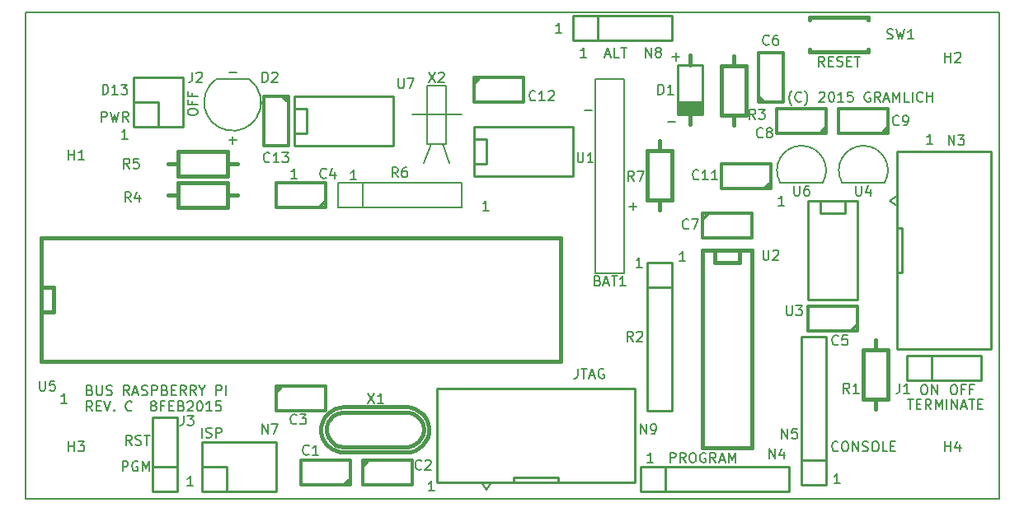
<source format=gto>
%FSLAX36Y36*%
G04 Gerber Fmt 3.6, Leading zero omitted, Abs format (unit inch)*
G04 Created by KiCad (PCBNEW (2014-jul-16 BZR unknown)-product) date Sun 08 Feb 2015 08:42:31 PM PST*
%MOIN*%
G01*
G04 APERTURE LIST*
%ADD10C,0.003937*%
%ADD11C,0.008000*%
%ADD12C,0.007874*%
%ADD13C,0.015000*%
%ADD14C,0.012000*%
%ADD15C,0.010000*%
%ADD16C,0.005906*%
G04 APERTURE END LIST*
D10*
D11*
X5275476Y-4613095D02*
X5252619Y-4613095D01*
X5264048Y-4613095D02*
X5264048Y-4573095D01*
X5260238Y-4578810D01*
X5256429Y-4582619D01*
X5252619Y-4584524D01*
X7035952Y-4313333D02*
X7034048Y-4311429D01*
X7030238Y-4305714D01*
X7028333Y-4301905D01*
X7026429Y-4296190D01*
X7024524Y-4286667D01*
X7024524Y-4279048D01*
X7026429Y-4269524D01*
X7028333Y-4263810D01*
X7030238Y-4260000D01*
X7034048Y-4254286D01*
X7035952Y-4252381D01*
X7074048Y-4294286D02*
X7072143Y-4296190D01*
X7066429Y-4298095D01*
X7062619Y-4298095D01*
X7056905Y-4296190D01*
X7053095Y-4292381D01*
X7051190Y-4288571D01*
X7049286Y-4280952D01*
X7049286Y-4275238D01*
X7051190Y-4267619D01*
X7053095Y-4263810D01*
X7056905Y-4260000D01*
X7062619Y-4258095D01*
X7066429Y-4258095D01*
X7072143Y-4260000D01*
X7074048Y-4261905D01*
X7087381Y-4313333D02*
X7089286Y-4311429D01*
X7093095Y-4305714D01*
X7095000Y-4301905D01*
X7096905Y-4296190D01*
X7098810Y-4286667D01*
X7098810Y-4279048D01*
X7096905Y-4269524D01*
X7095000Y-4263810D01*
X7093095Y-4260000D01*
X7089286Y-4254286D01*
X7087381Y-4252381D01*
X7146429Y-4261905D02*
X7148333Y-4260000D01*
X7152143Y-4258095D01*
X7161667Y-4258095D01*
X7165476Y-4260000D01*
X7167381Y-4261905D01*
X7169286Y-4265714D01*
X7169286Y-4269524D01*
X7167381Y-4275238D01*
X7144524Y-4298095D01*
X7169286Y-4298095D01*
X7194048Y-4258095D02*
X7197857Y-4258095D01*
X7201667Y-4260000D01*
X7203571Y-4261905D01*
X7205476Y-4265714D01*
X7207381Y-4273333D01*
X7207381Y-4282857D01*
X7205476Y-4290476D01*
X7203571Y-4294286D01*
X7201667Y-4296190D01*
X7197857Y-4298095D01*
X7194048Y-4298095D01*
X7190238Y-4296190D01*
X7188333Y-4294286D01*
X7186429Y-4290476D01*
X7184524Y-4282857D01*
X7184524Y-4273333D01*
X7186429Y-4265714D01*
X7188333Y-4261905D01*
X7190238Y-4260000D01*
X7194048Y-4258095D01*
X7245476Y-4298095D02*
X7222619Y-4298095D01*
X7234048Y-4298095D02*
X7234048Y-4258095D01*
X7230238Y-4263810D01*
X7226429Y-4267619D01*
X7222619Y-4269524D01*
X7281667Y-4258095D02*
X7262619Y-4258095D01*
X7260714Y-4277143D01*
X7262619Y-4275238D01*
X7266429Y-4273333D01*
X7275952Y-4273333D01*
X7279762Y-4275238D01*
X7281667Y-4277143D01*
X7283571Y-4280952D01*
X7283571Y-4290476D01*
X7281667Y-4294286D01*
X7279762Y-4296190D01*
X7275952Y-4298095D01*
X7266429Y-4298095D01*
X7262619Y-4296190D01*
X7260714Y-4294286D01*
X7352143Y-4260000D02*
X7348333Y-4258095D01*
X7342619Y-4258095D01*
X7336905Y-4260000D01*
X7333095Y-4263810D01*
X7331190Y-4267619D01*
X7329286Y-4275238D01*
X7329286Y-4280952D01*
X7331190Y-4288571D01*
X7333095Y-4292381D01*
X7336905Y-4296190D01*
X7342619Y-4298095D01*
X7346429Y-4298095D01*
X7352143Y-4296190D01*
X7354048Y-4294286D01*
X7354048Y-4280952D01*
X7346429Y-4280952D01*
X7394048Y-4298095D02*
X7380714Y-4279048D01*
X7371190Y-4298095D02*
X7371190Y-4258095D01*
X7386429Y-4258095D01*
X7390238Y-4260000D01*
X7392143Y-4261905D01*
X7394048Y-4265714D01*
X7394048Y-4271429D01*
X7392143Y-4275238D01*
X7390238Y-4277143D01*
X7386429Y-4279048D01*
X7371190Y-4279048D01*
X7409286Y-4286667D02*
X7428333Y-4286667D01*
X7405476Y-4298095D02*
X7418809Y-4258095D01*
X7432143Y-4298095D01*
X7445476Y-4298095D02*
X7445476Y-4258095D01*
X7458809Y-4286667D01*
X7472143Y-4258095D01*
X7472143Y-4298095D01*
X7510238Y-4298095D02*
X7491190Y-4298095D01*
X7491190Y-4258095D01*
X7523571Y-4298095D02*
X7523571Y-4258095D01*
X7565476Y-4294286D02*
X7563571Y-4296190D01*
X7557857Y-4298095D01*
X7554048Y-4298095D01*
X7548333Y-4296190D01*
X7544524Y-4292381D01*
X7542619Y-4288571D01*
X7540714Y-4280952D01*
X7540714Y-4275238D01*
X7542619Y-4267619D01*
X7544524Y-4263810D01*
X7548333Y-4260000D01*
X7554048Y-4258095D01*
X7557857Y-4258095D01*
X7563571Y-4260000D01*
X7565476Y-4261905D01*
X7582619Y-4298095D02*
X7582619Y-4258095D01*
X7582619Y-4277143D02*
X7605476Y-4277143D01*
X7605476Y-4298095D02*
X7605476Y-4258095D01*
X4329524Y-5793095D02*
X4329524Y-5753095D01*
X4344762Y-5753095D01*
X4348571Y-5755000D01*
X4350476Y-5756905D01*
X4352381Y-5760714D01*
X4352381Y-5766429D01*
X4350476Y-5770238D01*
X4348571Y-5772143D01*
X4344762Y-5774048D01*
X4329524Y-5774048D01*
X4390476Y-5755000D02*
X4386667Y-5753095D01*
X4380952Y-5753095D01*
X4375238Y-5755000D01*
X4371429Y-5758810D01*
X4369524Y-5762619D01*
X4367619Y-5770238D01*
X4367619Y-5775952D01*
X4369524Y-5783571D01*
X4371429Y-5787381D01*
X4375238Y-5791190D01*
X4380952Y-5793095D01*
X4384762Y-5793095D01*
X4390476Y-5791190D01*
X4392381Y-5789286D01*
X4392381Y-5775952D01*
X4384762Y-5775952D01*
X4409524Y-5793095D02*
X4409524Y-5753095D01*
X4422857Y-5781667D01*
X4436190Y-5753095D01*
X4436190Y-5793095D01*
X4367381Y-5688095D02*
X4354048Y-5669048D01*
X4344524Y-5688095D02*
X4344524Y-5648095D01*
X4359762Y-5648095D01*
X4363571Y-5650000D01*
X4365476Y-5651905D01*
X4367381Y-5655714D01*
X4367381Y-5661429D01*
X4365476Y-5665238D01*
X4363571Y-5667143D01*
X4359762Y-5669048D01*
X4344524Y-5669048D01*
X4382619Y-5686190D02*
X4388333Y-5688095D01*
X4397857Y-5688095D01*
X4401667Y-5686190D01*
X4403571Y-5684286D01*
X4405476Y-5680476D01*
X4405476Y-5676667D01*
X4403571Y-5672857D01*
X4401667Y-5670952D01*
X4397857Y-5669048D01*
X4390238Y-5667143D01*
X4386429Y-5665238D01*
X4384524Y-5663333D01*
X4382619Y-5659524D01*
X4382619Y-5655714D01*
X4384524Y-5651905D01*
X4386429Y-5650000D01*
X4390238Y-5648095D01*
X4399762Y-5648095D01*
X4405476Y-5650000D01*
X4416905Y-5648095D02*
X4439762Y-5648095D01*
X4428333Y-5688095D02*
X4428333Y-5648095D01*
X6197524Y-4330857D02*
X6228000Y-4330857D01*
X6378524Y-4721857D02*
X6409000Y-4721857D01*
X6393762Y-4737095D02*
X6393762Y-4706619D01*
X5035476Y-4608095D02*
X5012619Y-4608095D01*
X5024048Y-4608095D02*
X5024048Y-4568095D01*
X5020238Y-4573810D01*
X5016429Y-4577619D01*
X5012619Y-4579524D01*
X7503810Y-5503095D02*
X7526667Y-5503095D01*
X7515238Y-5543095D02*
X7515238Y-5503095D01*
X7540000Y-5522143D02*
X7553333Y-5522143D01*
X7559048Y-5543095D02*
X7540000Y-5543095D01*
X7540000Y-5503095D01*
X7559048Y-5503095D01*
X7599048Y-5543095D02*
X7585714Y-5524048D01*
X7576190Y-5543095D02*
X7576190Y-5503095D01*
X7591429Y-5503095D01*
X7595238Y-5505000D01*
X7597143Y-5506905D01*
X7599048Y-5510714D01*
X7599048Y-5516429D01*
X7597143Y-5520238D01*
X7595238Y-5522143D01*
X7591429Y-5524048D01*
X7576190Y-5524048D01*
X7616190Y-5543095D02*
X7616190Y-5503095D01*
X7629524Y-5531667D01*
X7642857Y-5503095D01*
X7642857Y-5543095D01*
X7661905Y-5543095D02*
X7661905Y-5503095D01*
X7680952Y-5543095D02*
X7680952Y-5503095D01*
X7703810Y-5543095D01*
X7703810Y-5503095D01*
X7720952Y-5531667D02*
X7740000Y-5531667D01*
X7717143Y-5543095D02*
X7730476Y-5503095D01*
X7743810Y-5543095D01*
X7751429Y-5503095D02*
X7774286Y-5503095D01*
X7762857Y-5543095D02*
X7762857Y-5503095D01*
X7787619Y-5522143D02*
X7800952Y-5522143D01*
X7806667Y-5543095D02*
X7787619Y-5543095D01*
X7787619Y-5503095D01*
X7806667Y-5503095D01*
X6205476Y-4118095D02*
X6182619Y-4118095D01*
X6194048Y-4118095D02*
X6194048Y-4078095D01*
X6190238Y-4083810D01*
X6186429Y-4087619D01*
X6182619Y-4089524D01*
X6282619Y-4106667D02*
X6301667Y-4106667D01*
X6278810Y-4118095D02*
X6292143Y-4078095D01*
X6305476Y-4118095D01*
X6337857Y-4118095D02*
X6318810Y-4118095D01*
X6318810Y-4078095D01*
X6345476Y-4078095D02*
X6368333Y-4078095D01*
X6356905Y-4118095D02*
X6356905Y-4078095D01*
X4593095Y-4342857D02*
X4593095Y-4335238D01*
X4595000Y-4331429D01*
X4598810Y-4327619D01*
X4606429Y-4325714D01*
X4619762Y-4325714D01*
X4627381Y-4327619D01*
X4631190Y-4331429D01*
X4633095Y-4335238D01*
X4633095Y-4342857D01*
X4631190Y-4346667D01*
X4627381Y-4350476D01*
X4619762Y-4352381D01*
X4606429Y-4352381D01*
X4598810Y-4350476D01*
X4595000Y-4346667D01*
X4593095Y-4342857D01*
X4612143Y-4295238D02*
X4612143Y-4308571D01*
X4633095Y-4308571D02*
X4593095Y-4308571D01*
X4593095Y-4289524D01*
X4612143Y-4260952D02*
X4612143Y-4274286D01*
X4633095Y-4274286D02*
X4593095Y-4274286D01*
X4593095Y-4255238D01*
X4249524Y-4268095D02*
X4249524Y-4228095D01*
X4259048Y-4228095D01*
X4264762Y-4230000D01*
X4268571Y-4233810D01*
X4270476Y-4237619D01*
X4272381Y-4245238D01*
X4272381Y-4250952D01*
X4270476Y-4258571D01*
X4268571Y-4262381D01*
X4264762Y-4266190D01*
X4259048Y-4268095D01*
X4249524Y-4268095D01*
X4310476Y-4268095D02*
X4287619Y-4268095D01*
X4299048Y-4268095D02*
X4299048Y-4228095D01*
X4295238Y-4233810D01*
X4291429Y-4237619D01*
X4287619Y-4239524D01*
X4323810Y-4228095D02*
X4348571Y-4228095D01*
X4335238Y-4243333D01*
X4340952Y-4243333D01*
X4344762Y-4245238D01*
X4346667Y-4247143D01*
X4348571Y-4250952D01*
X4348571Y-4260476D01*
X4346667Y-4264286D01*
X4344762Y-4266190D01*
X4340952Y-4268095D01*
X4329524Y-4268095D01*
X4325714Y-4266190D01*
X4323810Y-4264286D01*
X7005476Y-4718095D02*
X6982619Y-4718095D01*
X6994048Y-4718095D02*
X6994048Y-4678095D01*
X6990238Y-4683810D01*
X6986429Y-4687619D01*
X6982619Y-4689524D01*
X6430476Y-4968095D02*
X6407619Y-4968095D01*
X6419048Y-4968095D02*
X6419048Y-4928095D01*
X6415238Y-4933810D01*
X6411429Y-4937619D01*
X6407619Y-4939524D01*
X5590476Y-5873095D02*
X5567619Y-5873095D01*
X5579048Y-5873095D02*
X5579048Y-5833095D01*
X5575238Y-5838810D01*
X5571429Y-5842619D01*
X5567619Y-5844524D01*
X7605476Y-4468095D02*
X7582619Y-4468095D01*
X7594048Y-4468095D02*
X7594048Y-4428095D01*
X7590238Y-4433810D01*
X7586429Y-4437619D01*
X7582619Y-4439524D01*
X4615476Y-5853095D02*
X4592619Y-5853095D01*
X4604048Y-5853095D02*
X4604048Y-5813095D01*
X4600238Y-5818810D01*
X4596429Y-5822619D01*
X4592619Y-5824524D01*
X6475476Y-5758095D02*
X6452619Y-5758095D01*
X6464048Y-5758095D02*
X6464048Y-5718095D01*
X6460238Y-5723810D01*
X6456429Y-5727619D01*
X6452619Y-5729524D01*
X7567143Y-5443095D02*
X7574762Y-5443095D01*
X7578571Y-5445000D01*
X7582381Y-5448810D01*
X7584286Y-5456429D01*
X7584286Y-5469762D01*
X7582381Y-5477381D01*
X7578571Y-5481190D01*
X7574762Y-5483095D01*
X7567143Y-5483095D01*
X7563333Y-5481190D01*
X7559524Y-5477381D01*
X7557619Y-5469762D01*
X7557619Y-5456429D01*
X7559524Y-5448810D01*
X7563333Y-5445000D01*
X7567143Y-5443095D01*
X7601429Y-5483095D02*
X7601429Y-5443095D01*
X7624286Y-5483095D01*
X7624286Y-5443095D01*
X7687143Y-5443095D02*
X7694762Y-5443095D01*
X7698571Y-5445000D01*
X7702381Y-5448810D01*
X7704286Y-5456429D01*
X7704286Y-5469762D01*
X7702381Y-5477381D01*
X7698571Y-5481190D01*
X7694762Y-5483095D01*
X7687143Y-5483095D01*
X7683333Y-5481190D01*
X7679524Y-5477381D01*
X7677619Y-5469762D01*
X7677619Y-5456429D01*
X7679524Y-5448810D01*
X7683333Y-5445000D01*
X7687143Y-5443095D01*
X7734762Y-5462143D02*
X7721429Y-5462143D01*
X7721429Y-5483095D02*
X7721429Y-5443095D01*
X7740476Y-5443095D01*
X7769048Y-5462143D02*
X7755714Y-5462143D01*
X7755714Y-5483095D02*
X7755714Y-5443095D01*
X7774762Y-5443095D01*
X6105476Y-4018095D02*
X6082619Y-4018095D01*
X6094048Y-4018095D02*
X6094048Y-3978095D01*
X6090238Y-3983810D01*
X6086429Y-3987619D01*
X6082619Y-3989524D01*
X7230476Y-5843095D02*
X7207619Y-5843095D01*
X7219048Y-5843095D02*
X7219048Y-5803095D01*
X7215238Y-5808810D01*
X7211429Y-5812619D01*
X7207619Y-5814524D01*
X7167381Y-4154095D02*
X7154048Y-4135048D01*
X7144524Y-4154095D02*
X7144524Y-4114095D01*
X7159762Y-4114095D01*
X7163571Y-4116000D01*
X7165476Y-4117905D01*
X7167381Y-4121714D01*
X7167381Y-4127429D01*
X7165476Y-4131238D01*
X7163571Y-4133143D01*
X7159762Y-4135048D01*
X7144524Y-4135048D01*
X7184524Y-4133143D02*
X7197857Y-4133143D01*
X7203571Y-4154095D02*
X7184524Y-4154095D01*
X7184524Y-4114095D01*
X7203571Y-4114095D01*
X7218810Y-4152190D02*
X7224524Y-4154095D01*
X7234048Y-4154095D01*
X7237857Y-4152190D01*
X7239762Y-4150286D01*
X7241667Y-4146476D01*
X7241667Y-4142667D01*
X7239762Y-4138857D01*
X7237857Y-4136952D01*
X7234048Y-4135048D01*
X7226429Y-4133143D01*
X7222619Y-4131238D01*
X7220714Y-4129333D01*
X7218810Y-4125524D01*
X7218810Y-4121714D01*
X7220714Y-4117905D01*
X7222619Y-4116000D01*
X7226429Y-4114095D01*
X7235952Y-4114095D01*
X7241667Y-4116000D01*
X7258810Y-4133143D02*
X7272143Y-4133143D01*
X7277857Y-4154095D02*
X7258810Y-4154095D01*
X7258810Y-4114095D01*
X7277857Y-4114095D01*
X7289286Y-4114095D02*
X7312143Y-4114095D01*
X7300714Y-4154095D02*
X7300714Y-4114095D01*
D12*
X3937008Y-5905512D02*
X3937008Y-3937008D01*
X7874016Y-5905512D02*
X3937008Y-5905512D01*
X7874016Y-3937008D02*
X7874016Y-5905512D01*
X3937008Y-3937008D02*
X7874016Y-3937008D01*
D11*
X4244524Y-4378095D02*
X4244524Y-4338095D01*
X4259762Y-4338095D01*
X4263571Y-4340000D01*
X4265476Y-4341905D01*
X4267381Y-4345714D01*
X4267381Y-4351429D01*
X4265476Y-4355238D01*
X4263571Y-4357143D01*
X4259762Y-4359048D01*
X4244524Y-4359048D01*
X4280714Y-4338095D02*
X4290238Y-4378095D01*
X4297857Y-4349524D01*
X4305476Y-4378095D01*
X4315000Y-4338095D01*
X4353095Y-4378095D02*
X4339762Y-4359048D01*
X4330238Y-4378095D02*
X4330238Y-4338095D01*
X4345476Y-4338095D01*
X4349286Y-4340000D01*
X4351190Y-4341905D01*
X4353095Y-4345714D01*
X4353095Y-4351429D01*
X4351190Y-4355238D01*
X4349286Y-4357143D01*
X4345476Y-4359048D01*
X4330238Y-4359048D01*
X7222381Y-5709286D02*
X7220476Y-5711190D01*
X7214762Y-5713095D01*
X7210952Y-5713095D01*
X7205238Y-5711190D01*
X7201429Y-5707381D01*
X7199524Y-5703571D01*
X7197619Y-5695952D01*
X7197619Y-5690238D01*
X7199524Y-5682619D01*
X7201429Y-5678810D01*
X7205238Y-5675000D01*
X7210952Y-5673095D01*
X7214762Y-5673095D01*
X7220476Y-5675000D01*
X7222381Y-5676905D01*
X7247143Y-5673095D02*
X7254762Y-5673095D01*
X7258571Y-5675000D01*
X7262381Y-5678810D01*
X7264286Y-5686429D01*
X7264286Y-5699762D01*
X7262381Y-5707381D01*
X7258571Y-5711190D01*
X7254762Y-5713095D01*
X7247143Y-5713095D01*
X7243333Y-5711190D01*
X7239524Y-5707381D01*
X7237619Y-5699762D01*
X7237619Y-5686429D01*
X7239524Y-5678810D01*
X7243333Y-5675000D01*
X7247143Y-5673095D01*
X7281429Y-5713095D02*
X7281429Y-5673095D01*
X7304286Y-5713095D01*
X7304286Y-5673095D01*
X7321429Y-5711190D02*
X7327143Y-5713095D01*
X7336667Y-5713095D01*
X7340476Y-5711190D01*
X7342381Y-5709286D01*
X7344286Y-5705476D01*
X7344286Y-5701667D01*
X7342381Y-5697857D01*
X7340476Y-5695952D01*
X7336667Y-5694048D01*
X7329048Y-5692143D01*
X7325238Y-5690238D01*
X7323333Y-5688333D01*
X7321429Y-5684524D01*
X7321429Y-5680714D01*
X7323333Y-5676905D01*
X7325238Y-5675000D01*
X7329048Y-5673095D01*
X7338571Y-5673095D01*
X7344286Y-5675000D01*
X7369048Y-5673095D02*
X7376667Y-5673095D01*
X7380476Y-5675000D01*
X7384286Y-5678810D01*
X7386190Y-5686429D01*
X7386190Y-5699762D01*
X7384286Y-5707381D01*
X7380476Y-5711190D01*
X7376667Y-5713095D01*
X7369048Y-5713095D01*
X7365238Y-5711190D01*
X7361429Y-5707381D01*
X7359524Y-5699762D01*
X7359524Y-5686429D01*
X7361429Y-5678810D01*
X7365238Y-5675000D01*
X7369048Y-5673095D01*
X7422381Y-5713095D02*
X7403333Y-5713095D01*
X7403333Y-5673095D01*
X7435714Y-5692143D02*
X7449048Y-5692143D01*
X7454762Y-5713095D02*
X7435714Y-5713095D01*
X7435714Y-5673095D01*
X7454762Y-5673095D01*
X4649524Y-5658095D02*
X4649524Y-5618095D01*
X4666667Y-5656190D02*
X4672381Y-5658095D01*
X4681905Y-5658095D01*
X4685714Y-5656190D01*
X4687619Y-5654286D01*
X4689524Y-5650476D01*
X4689524Y-5646667D01*
X4687619Y-5642857D01*
X4685714Y-5640952D01*
X4681905Y-5639048D01*
X4674286Y-5637143D01*
X4670476Y-5635238D01*
X4668571Y-5633333D01*
X4666667Y-5629524D01*
X4666667Y-5625714D01*
X4668571Y-5621905D01*
X4670476Y-5620000D01*
X4674286Y-5618095D01*
X4683810Y-5618095D01*
X4689524Y-5620000D01*
X4706667Y-5658095D02*
X4706667Y-5618095D01*
X4721905Y-5618095D01*
X4725714Y-5620000D01*
X4727619Y-5621905D01*
X4729524Y-5625714D01*
X4729524Y-5631429D01*
X4727619Y-5635238D01*
X4725714Y-5637143D01*
X4721905Y-5639048D01*
X4706667Y-5639048D01*
X6170952Y-5378095D02*
X6170952Y-5406667D01*
X6169048Y-5412381D01*
X6165238Y-5416190D01*
X6159524Y-5418095D01*
X6155714Y-5418095D01*
X6184286Y-5378095D02*
X6207143Y-5378095D01*
X6195714Y-5418095D02*
X6195714Y-5378095D01*
X6218571Y-5406667D02*
X6237619Y-5406667D01*
X6214762Y-5418095D02*
X6228095Y-5378095D01*
X6241429Y-5418095D01*
X6275714Y-5380000D02*
X6271905Y-5378095D01*
X6266190Y-5378095D01*
X6260476Y-5380000D01*
X6256667Y-5383810D01*
X6254762Y-5387619D01*
X6252857Y-5395238D01*
X6252857Y-5400952D01*
X6254762Y-5408571D01*
X6256667Y-5412381D01*
X6260476Y-5416190D01*
X6266190Y-5418095D01*
X6270000Y-5418095D01*
X6275714Y-5416190D01*
X6277619Y-5414286D01*
X6277619Y-5400952D01*
X6270000Y-5400952D01*
X5810476Y-4738095D02*
X5787619Y-4738095D01*
X5799048Y-4738095D02*
X5799048Y-4698095D01*
X5795238Y-4703810D01*
X5791429Y-4707619D01*
X5787619Y-4709524D01*
X4350476Y-4448095D02*
X4327619Y-4448095D01*
X4339048Y-4448095D02*
X4339048Y-4408095D01*
X4335238Y-4413810D01*
X4331429Y-4417619D01*
X4327619Y-4419524D01*
X6605476Y-4943095D02*
X6582619Y-4943095D01*
X6594048Y-4943095D02*
X6594048Y-4903095D01*
X6590238Y-4908810D01*
X6586429Y-4912619D01*
X6582619Y-4914524D01*
X4105476Y-5518095D02*
X4082619Y-5518095D01*
X4094048Y-5518095D02*
X4094048Y-5478095D01*
X4090238Y-5483810D01*
X4086429Y-5487619D01*
X4082619Y-5489524D01*
X6543524Y-5759095D02*
X6543524Y-5719095D01*
X6558762Y-5719095D01*
X6562571Y-5721000D01*
X6564476Y-5722905D01*
X6566381Y-5726714D01*
X6566381Y-5732429D01*
X6564476Y-5736238D01*
X6562571Y-5738143D01*
X6558762Y-5740048D01*
X6543524Y-5740048D01*
X6606381Y-5759095D02*
X6593048Y-5740048D01*
X6583524Y-5759095D02*
X6583524Y-5719095D01*
X6598762Y-5719095D01*
X6602571Y-5721000D01*
X6604476Y-5722905D01*
X6606381Y-5726714D01*
X6606381Y-5732429D01*
X6604476Y-5736238D01*
X6602571Y-5738143D01*
X6598762Y-5740048D01*
X6583524Y-5740048D01*
X6631143Y-5719095D02*
X6638762Y-5719095D01*
X6642571Y-5721000D01*
X6646381Y-5724810D01*
X6648286Y-5732429D01*
X6648286Y-5745762D01*
X6646381Y-5753381D01*
X6642571Y-5757190D01*
X6638762Y-5759095D01*
X6631143Y-5759095D01*
X6627333Y-5757190D01*
X6623524Y-5753381D01*
X6621619Y-5745762D01*
X6621619Y-5732429D01*
X6623524Y-5724810D01*
X6627333Y-5721000D01*
X6631143Y-5719095D01*
X6686381Y-5721000D02*
X6682571Y-5719095D01*
X6676857Y-5719095D01*
X6671143Y-5721000D01*
X6667333Y-5724810D01*
X6665429Y-5728619D01*
X6663524Y-5736238D01*
X6663524Y-5741952D01*
X6665429Y-5749571D01*
X6667333Y-5753381D01*
X6671143Y-5757190D01*
X6676857Y-5759095D01*
X6680667Y-5759095D01*
X6686381Y-5757190D01*
X6688286Y-5755286D01*
X6688286Y-5741952D01*
X6680667Y-5741952D01*
X6728286Y-5759095D02*
X6714952Y-5740048D01*
X6705429Y-5759095D02*
X6705429Y-5719095D01*
X6720667Y-5719095D01*
X6724476Y-5721000D01*
X6726381Y-5722905D01*
X6728286Y-5726714D01*
X6728286Y-5732429D01*
X6726381Y-5736238D01*
X6724476Y-5738143D01*
X6720667Y-5740048D01*
X6705429Y-5740048D01*
X6743524Y-5747667D02*
X6762571Y-5747667D01*
X6739714Y-5759095D02*
X6753048Y-5719095D01*
X6766381Y-5759095D01*
X6779714Y-5759095D02*
X6779714Y-5719095D01*
X6793048Y-5747667D01*
X6806381Y-5719095D01*
X6806381Y-5759095D01*
X4197857Y-5465143D02*
X4203571Y-5467048D01*
X4205476Y-5468952D01*
X4207381Y-5472762D01*
X4207381Y-5478476D01*
X4205476Y-5482286D01*
X4203571Y-5484190D01*
X4199762Y-5486095D01*
X4184524Y-5486095D01*
X4184524Y-5446095D01*
X4197857Y-5446095D01*
X4201667Y-5448000D01*
X4203571Y-5449905D01*
X4205476Y-5453714D01*
X4205476Y-5457524D01*
X4203571Y-5461333D01*
X4201667Y-5463238D01*
X4197857Y-5465143D01*
X4184524Y-5465143D01*
X4224524Y-5446095D02*
X4224524Y-5478476D01*
X4226429Y-5482286D01*
X4228333Y-5484190D01*
X4232143Y-5486095D01*
X4239762Y-5486095D01*
X4243571Y-5484190D01*
X4245476Y-5482286D01*
X4247381Y-5478476D01*
X4247381Y-5446095D01*
X4264524Y-5484190D02*
X4270238Y-5486095D01*
X4279762Y-5486095D01*
X4283571Y-5484190D01*
X4285476Y-5482286D01*
X4287381Y-5478476D01*
X4287381Y-5474667D01*
X4285476Y-5470857D01*
X4283571Y-5468952D01*
X4279762Y-5467048D01*
X4272143Y-5465143D01*
X4268333Y-5463238D01*
X4266429Y-5461333D01*
X4264524Y-5457524D01*
X4264524Y-5453714D01*
X4266429Y-5449905D01*
X4268333Y-5448000D01*
X4272143Y-5446095D01*
X4281667Y-5446095D01*
X4287381Y-5448000D01*
X4357857Y-5486095D02*
X4344524Y-5467048D01*
X4335000Y-5486095D02*
X4335000Y-5446095D01*
X4350238Y-5446095D01*
X4354048Y-5448000D01*
X4355952Y-5449905D01*
X4357857Y-5453714D01*
X4357857Y-5459429D01*
X4355952Y-5463238D01*
X4354048Y-5465143D01*
X4350238Y-5467048D01*
X4335000Y-5467048D01*
X4373095Y-5474667D02*
X4392143Y-5474667D01*
X4369286Y-5486095D02*
X4382619Y-5446095D01*
X4395952Y-5486095D01*
X4407381Y-5484190D02*
X4413095Y-5486095D01*
X4422619Y-5486095D01*
X4426429Y-5484190D01*
X4428333Y-5482286D01*
X4430238Y-5478476D01*
X4430238Y-5474667D01*
X4428333Y-5470857D01*
X4426429Y-5468952D01*
X4422619Y-5467048D01*
X4415000Y-5465143D01*
X4411190Y-5463238D01*
X4409286Y-5461333D01*
X4407381Y-5457524D01*
X4407381Y-5453714D01*
X4409286Y-5449905D01*
X4411190Y-5448000D01*
X4415000Y-5446095D01*
X4424524Y-5446095D01*
X4430238Y-5448000D01*
X4447381Y-5486095D02*
X4447381Y-5446095D01*
X4462619Y-5446095D01*
X4466429Y-5448000D01*
X4468333Y-5449905D01*
X4470238Y-5453714D01*
X4470238Y-5459429D01*
X4468333Y-5463238D01*
X4466429Y-5465143D01*
X4462619Y-5467048D01*
X4447381Y-5467048D01*
X4500714Y-5465143D02*
X4506429Y-5467048D01*
X4508333Y-5468952D01*
X4510238Y-5472762D01*
X4510238Y-5478476D01*
X4508333Y-5482286D01*
X4506429Y-5484190D01*
X4502619Y-5486095D01*
X4487381Y-5486095D01*
X4487381Y-5446095D01*
X4500714Y-5446095D01*
X4504524Y-5448000D01*
X4506429Y-5449905D01*
X4508333Y-5453714D01*
X4508333Y-5457524D01*
X4506429Y-5461333D01*
X4504524Y-5463238D01*
X4500714Y-5465143D01*
X4487381Y-5465143D01*
X4527381Y-5465143D02*
X4540714Y-5465143D01*
X4546429Y-5486095D02*
X4527381Y-5486095D01*
X4527381Y-5446095D01*
X4546429Y-5446095D01*
X4586429Y-5486095D02*
X4573095Y-5467048D01*
X4563571Y-5486095D02*
X4563571Y-5446095D01*
X4578809Y-5446095D01*
X4582619Y-5448000D01*
X4584524Y-5449905D01*
X4586429Y-5453714D01*
X4586429Y-5459429D01*
X4584524Y-5463238D01*
X4582619Y-5465143D01*
X4578809Y-5467048D01*
X4563571Y-5467048D01*
X4626429Y-5486095D02*
X4613095Y-5467048D01*
X4603571Y-5486095D02*
X4603571Y-5446095D01*
X4618809Y-5446095D01*
X4622619Y-5448000D01*
X4624524Y-5449905D01*
X4626429Y-5453714D01*
X4626429Y-5459429D01*
X4624524Y-5463238D01*
X4622619Y-5465143D01*
X4618809Y-5467048D01*
X4603571Y-5467048D01*
X4651190Y-5467048D02*
X4651190Y-5486095D01*
X4637857Y-5446095D02*
X4651190Y-5467048D01*
X4664524Y-5446095D01*
X4708333Y-5486095D02*
X4708333Y-5446095D01*
X4723571Y-5446095D01*
X4727381Y-5448000D01*
X4729286Y-5449905D01*
X4731190Y-5453714D01*
X4731190Y-5459429D01*
X4729286Y-5463238D01*
X4727381Y-5465143D01*
X4723571Y-5467048D01*
X4708333Y-5467048D01*
X4748333Y-5486095D02*
X4748333Y-5446095D01*
X4207381Y-5550095D02*
X4194048Y-5531048D01*
X4184524Y-5550095D02*
X4184524Y-5510095D01*
X4199762Y-5510095D01*
X4203571Y-5512000D01*
X4205476Y-5513905D01*
X4207381Y-5517714D01*
X4207381Y-5523429D01*
X4205476Y-5527238D01*
X4203571Y-5529143D01*
X4199762Y-5531048D01*
X4184524Y-5531048D01*
X4224524Y-5529143D02*
X4237857Y-5529143D01*
X4243571Y-5550095D02*
X4224524Y-5550095D01*
X4224524Y-5510095D01*
X4243571Y-5510095D01*
X4255000Y-5510095D02*
X4268333Y-5550095D01*
X4281667Y-5510095D01*
X4295000Y-5546286D02*
X4296905Y-5548190D01*
X4295000Y-5550095D01*
X4293095Y-5548190D01*
X4295000Y-5546286D01*
X4295000Y-5550095D01*
X4367381Y-5546286D02*
X4365476Y-5548190D01*
X4359762Y-5550095D01*
X4355952Y-5550095D01*
X4350238Y-5548190D01*
X4346429Y-5544381D01*
X4344524Y-5540571D01*
X4342619Y-5532952D01*
X4342619Y-5527238D01*
X4344524Y-5519619D01*
X4346429Y-5515810D01*
X4350238Y-5512000D01*
X4355952Y-5510095D01*
X4359762Y-5510095D01*
X4365476Y-5512000D01*
X4367381Y-5513905D01*
X4451190Y-5527238D02*
X4447381Y-5525333D01*
X4445476Y-5523429D01*
X4443571Y-5519619D01*
X4443571Y-5517714D01*
X4445476Y-5513905D01*
X4447381Y-5512000D01*
X4451190Y-5510095D01*
X4458809Y-5510095D01*
X4462619Y-5512000D01*
X4464524Y-5513905D01*
X4466429Y-5517714D01*
X4466429Y-5519619D01*
X4464524Y-5523429D01*
X4462619Y-5525333D01*
X4458809Y-5527238D01*
X4451190Y-5527238D01*
X4447381Y-5529143D01*
X4445476Y-5531048D01*
X4443571Y-5534857D01*
X4443571Y-5542476D01*
X4445476Y-5546286D01*
X4447381Y-5548190D01*
X4451190Y-5550095D01*
X4458809Y-5550095D01*
X4462619Y-5548190D01*
X4464524Y-5546286D01*
X4466429Y-5542476D01*
X4466429Y-5534857D01*
X4464524Y-5531048D01*
X4462619Y-5529143D01*
X4458809Y-5527238D01*
X4496905Y-5529143D02*
X4483571Y-5529143D01*
X4483571Y-5550095D02*
X4483571Y-5510095D01*
X4502619Y-5510095D01*
X4517857Y-5529143D02*
X4531190Y-5529143D01*
X4536905Y-5550095D02*
X4517857Y-5550095D01*
X4517857Y-5510095D01*
X4536905Y-5510095D01*
X4567381Y-5529143D02*
X4573095Y-5531048D01*
X4575000Y-5532952D01*
X4576905Y-5536762D01*
X4576905Y-5542476D01*
X4575000Y-5546286D01*
X4573095Y-5548190D01*
X4569286Y-5550095D01*
X4554048Y-5550095D01*
X4554048Y-5510095D01*
X4567381Y-5510095D01*
X4571190Y-5512000D01*
X4573095Y-5513905D01*
X4575000Y-5517714D01*
X4575000Y-5521524D01*
X4573095Y-5525333D01*
X4571190Y-5527238D01*
X4567381Y-5529143D01*
X4554048Y-5529143D01*
X4592143Y-5513905D02*
X4594048Y-5512000D01*
X4597857Y-5510095D01*
X4607381Y-5510095D01*
X4611190Y-5512000D01*
X4613095Y-5513905D01*
X4615000Y-5517714D01*
X4615000Y-5521524D01*
X4613095Y-5527238D01*
X4590238Y-5550095D01*
X4615000Y-5550095D01*
X4639762Y-5510095D02*
X4643571Y-5510095D01*
X4647381Y-5512000D01*
X4649286Y-5513905D01*
X4651190Y-5517714D01*
X4653095Y-5525333D01*
X4653095Y-5534857D01*
X4651190Y-5542476D01*
X4649286Y-5546286D01*
X4647381Y-5548190D01*
X4643571Y-5550095D01*
X4639762Y-5550095D01*
X4635952Y-5548190D01*
X4634048Y-5546286D01*
X4632143Y-5542476D01*
X4630238Y-5534857D01*
X4630238Y-5525333D01*
X4632143Y-5517714D01*
X4634048Y-5513905D01*
X4635952Y-5512000D01*
X4639762Y-5510095D01*
X4691190Y-5550095D02*
X4668333Y-5550095D01*
X4679762Y-5550095D02*
X4679762Y-5510095D01*
X4675952Y-5515810D01*
X4672143Y-5519619D01*
X4668333Y-5521524D01*
X4727381Y-5510095D02*
X4708333Y-5510095D01*
X4706429Y-5529143D01*
X4708333Y-5527238D01*
X4712143Y-5525333D01*
X4721667Y-5525333D01*
X4725476Y-5527238D01*
X4727381Y-5529143D01*
X4729286Y-5532952D01*
X4729286Y-5542476D01*
X4727381Y-5546286D01*
X4725476Y-5548190D01*
X4721667Y-5550095D01*
X4712143Y-5550095D01*
X4708333Y-5548190D01*
X4706429Y-5546286D01*
D13*
X7375000Y-5303100D02*
X7375000Y-5263100D01*
X7375000Y-5503100D02*
X7375000Y-5543100D01*
X7425000Y-5303100D02*
X7425000Y-5503100D01*
X7425000Y-5503100D02*
X7325000Y-5503100D01*
X7325000Y-5503100D02*
X7325000Y-5303100D01*
X7325000Y-5303100D02*
X7425000Y-5303100D01*
X6800000Y-4153100D02*
X6800000Y-4113100D01*
X6800000Y-4353100D02*
X6800000Y-4393100D01*
X6850000Y-4153100D02*
X6850000Y-4353100D01*
X6850000Y-4353100D02*
X6750000Y-4353100D01*
X6750000Y-4353100D02*
X6750000Y-4153100D01*
X6750000Y-4153100D02*
X6850000Y-4153100D01*
X4553100Y-4675000D02*
X4513100Y-4675000D01*
X4753100Y-4675000D02*
X4793100Y-4675000D01*
X4553100Y-4625000D02*
X4753100Y-4625000D01*
X4753100Y-4625000D02*
X4753100Y-4725000D01*
X4753100Y-4725000D02*
X4553100Y-4725000D01*
X4553100Y-4725000D02*
X4553100Y-4625000D01*
X4553100Y-4550000D02*
X4513100Y-4550000D01*
X4753100Y-4550000D02*
X4793100Y-4550000D01*
X4553100Y-4500000D02*
X4753100Y-4500000D01*
X4753100Y-4500000D02*
X4753100Y-4600000D01*
X4753100Y-4600000D02*
X4553100Y-4600000D01*
X4553100Y-4600000D02*
X4553100Y-4500000D01*
X6500000Y-4696900D02*
X6500000Y-4736900D01*
X6500000Y-4496900D02*
X6500000Y-4456900D01*
X6450000Y-4696900D02*
X6450000Y-4496900D01*
X6450000Y-4496900D02*
X6550000Y-4496900D01*
X6550000Y-4496900D02*
X6550000Y-4696900D01*
X6550000Y-4696900D02*
X6450000Y-4696900D01*
D14*
X5248000Y-5850000D02*
X5050000Y-5850000D01*
X5050000Y-5850000D02*
X5050000Y-5750000D01*
X5050000Y-5750000D02*
X5250000Y-5750000D01*
X5250000Y-5750000D02*
X5250000Y-5850000D01*
X5250000Y-5825000D02*
X5225000Y-5850000D01*
X5302000Y-5750000D02*
X5500000Y-5750000D01*
X5500000Y-5750000D02*
X5500000Y-5850000D01*
X5500000Y-5850000D02*
X5300000Y-5850000D01*
X5300000Y-5850000D02*
X5300000Y-5750000D01*
X5300000Y-5775000D02*
X5325000Y-5750000D01*
X4952000Y-5450000D02*
X5150000Y-5450000D01*
X5150000Y-5450000D02*
X5150000Y-5550000D01*
X5150000Y-5550000D02*
X4950000Y-5550000D01*
X4950000Y-5550000D02*
X4950000Y-5450000D01*
X4950000Y-5475000D02*
X4975000Y-5450000D01*
X5148000Y-4725000D02*
X4950000Y-4725000D01*
X4950000Y-4725000D02*
X4950000Y-4625000D01*
X4950000Y-4625000D02*
X5150000Y-4625000D01*
X5150000Y-4625000D02*
X5150000Y-4725000D01*
X5150000Y-4700000D02*
X5125000Y-4725000D01*
X7298000Y-5225000D02*
X7100000Y-5225000D01*
X7100000Y-5225000D02*
X7100000Y-5125000D01*
X7100000Y-5125000D02*
X7300000Y-5125000D01*
X7300000Y-5125000D02*
X7300000Y-5225000D01*
X7300000Y-5200000D02*
X7275000Y-5225000D01*
X6900000Y-4298000D02*
X6900000Y-4100000D01*
X6900000Y-4100000D02*
X7000000Y-4100000D01*
X7000000Y-4100000D02*
X7000000Y-4300000D01*
X7000000Y-4300000D02*
X6900000Y-4300000D01*
X6925000Y-4300000D02*
X6900000Y-4275000D01*
X6677000Y-4750000D02*
X6875000Y-4750000D01*
X6875000Y-4750000D02*
X6875000Y-4850000D01*
X6875000Y-4850000D02*
X6675000Y-4850000D01*
X6675000Y-4850000D02*
X6675000Y-4750000D01*
X6675000Y-4775000D02*
X6700000Y-4750000D01*
X7173000Y-4425000D02*
X6975000Y-4425000D01*
X6975000Y-4425000D02*
X6975000Y-4325000D01*
X6975000Y-4325000D02*
X7175000Y-4325000D01*
X7175000Y-4325000D02*
X7175000Y-4425000D01*
X7175000Y-4400000D02*
X7150000Y-4425000D01*
X7423000Y-4425000D02*
X7225000Y-4425000D01*
X7225000Y-4425000D02*
X7225000Y-4325000D01*
X7225000Y-4325000D02*
X7425000Y-4325000D01*
X7425000Y-4325000D02*
X7425000Y-4425000D01*
X7425000Y-4400000D02*
X7400000Y-4425000D01*
X6948000Y-4650000D02*
X6750000Y-4650000D01*
X6750000Y-4650000D02*
X6750000Y-4550000D01*
X6750000Y-4550000D02*
X6950000Y-4550000D01*
X6950000Y-4550000D02*
X6950000Y-4650000D01*
X6950000Y-4625000D02*
X6925000Y-4650000D01*
X5752000Y-4200000D02*
X5950000Y-4200000D01*
X5950000Y-4200000D02*
X5950000Y-4300000D01*
X5950000Y-4300000D02*
X5750000Y-4300000D01*
X5750000Y-4300000D02*
X5750000Y-4200000D01*
X5750000Y-4225000D02*
X5775000Y-4200000D01*
X5000000Y-4277000D02*
X5000000Y-4475000D01*
X5000000Y-4475000D02*
X4900000Y-4475000D01*
X4900000Y-4475000D02*
X4900000Y-4275000D01*
X4900000Y-4275000D02*
X5000000Y-4275000D01*
X4975000Y-4275000D02*
X5000000Y-4300000D01*
D13*
X6625000Y-4150000D02*
X6625000Y-4110000D01*
X6625000Y-4340000D02*
X6625000Y-4390000D01*
D15*
X6675000Y-4330000D02*
X6575000Y-4330000D01*
X6675000Y-4320000D02*
X6575000Y-4320000D01*
X6675000Y-4310000D02*
X6575000Y-4310000D01*
X6675000Y-4340000D02*
X6575000Y-4340000D01*
X6675000Y-4300000D02*
X6575000Y-4350000D01*
X6675000Y-4350000D02*
X6575000Y-4300000D01*
X6675000Y-4300000D02*
X6575000Y-4300000D01*
X6675000Y-4325000D02*
X6575000Y-4325000D01*
X6575000Y-4350000D02*
X6675000Y-4350000D01*
X6675000Y-4350000D02*
X6675000Y-4150000D01*
X6675000Y-4150000D02*
X6575000Y-4150000D01*
X6575000Y-4150000D02*
X6575000Y-4350000D01*
D16*
X4870000Y-4365000D02*
G75*
G03X4840000Y-4205000I-95000J65000D01*
G74*
G01*
X4840000Y-4205000D02*
X4710000Y-4205000D01*
X4710000Y-4205000D02*
G75*
G03X4870000Y-4235000I65000J-95000D01*
G74*
G01*
D15*
X7600000Y-5425000D02*
X7800000Y-5425000D01*
X7800000Y-5425000D02*
X7800000Y-5325000D01*
X7800000Y-5325000D02*
X7600000Y-5325000D01*
X7500000Y-5325000D02*
X7600000Y-5325000D01*
X7600000Y-5325000D02*
X7600000Y-5425000D01*
X7500000Y-5325000D02*
X7500000Y-5425000D01*
X7500000Y-5425000D02*
X7600000Y-5425000D01*
X4375000Y-4300000D02*
X4375000Y-4400000D01*
X4375000Y-4400000D02*
X4475000Y-4400000D01*
X4475000Y-4400000D02*
X4475000Y-4300000D01*
X4475000Y-4300000D02*
X4375000Y-4300000D01*
X4375000Y-4300000D02*
X4375000Y-4200000D01*
X4375000Y-4200000D02*
X4575000Y-4200000D01*
X4575000Y-4200000D02*
X4575000Y-4400000D01*
X4575000Y-4400000D02*
X4475000Y-4400000D01*
D16*
X7430000Y-4700000D02*
X7460000Y-4680000D01*
X7430000Y-4700000D02*
X7460000Y-4720000D01*
D15*
X7460000Y-4990000D02*
X7480000Y-4990000D01*
X7480000Y-4990000D02*
X7480000Y-4810000D01*
X7480000Y-4810000D02*
X7460000Y-4810000D01*
X7840000Y-4500000D02*
X7840000Y-5300000D01*
X7840000Y-5300000D02*
X7460000Y-5300000D01*
X7460000Y-5300000D02*
X7460000Y-4500000D01*
X7460000Y-4500000D02*
X7840000Y-4500000D01*
X6525000Y-5775000D02*
X7025000Y-5775000D01*
X7025000Y-5775000D02*
X7025000Y-5875000D01*
X7025000Y-5875000D02*
X6525000Y-5875000D01*
X6425000Y-5775000D02*
X6525000Y-5775000D01*
X6525000Y-5775000D02*
X6525000Y-5875000D01*
X6425000Y-5775000D02*
X6425000Y-5875000D01*
X6425000Y-5875000D02*
X6525000Y-5875000D01*
X7075000Y-5750000D02*
X7075000Y-5250000D01*
X7075000Y-5250000D02*
X7175000Y-5250000D01*
X7175000Y-5250000D02*
X7175000Y-5750000D01*
X7075000Y-5850000D02*
X7075000Y-5750000D01*
X7075000Y-5750000D02*
X7175000Y-5750000D01*
X7075000Y-5850000D02*
X7175000Y-5850000D01*
X7175000Y-5850000D02*
X7175000Y-5750000D01*
X4650000Y-5775000D02*
X4750000Y-5775000D01*
X4750000Y-5775000D02*
X4750000Y-5875000D01*
X4650000Y-5875000D02*
X4950000Y-5875000D01*
X4950000Y-5875000D02*
X4950000Y-5675000D01*
X4950000Y-5675000D02*
X4750000Y-5675000D01*
X4650000Y-5875000D02*
X4650000Y-5775000D01*
X4650000Y-5675000D02*
X4650000Y-5775000D01*
X4750000Y-5675000D02*
X4650000Y-5675000D01*
X6250000Y-4050000D02*
X6550000Y-4050000D01*
X6250000Y-3950000D02*
X6550000Y-3950000D01*
X6150000Y-3950000D02*
X6250000Y-3950000D01*
X6550000Y-4050000D02*
X6550000Y-3950000D01*
X6250000Y-3950000D02*
X6250000Y-4050000D01*
X6150000Y-3950000D02*
X6150000Y-4050000D01*
X6150000Y-4050000D02*
X6250000Y-4050000D01*
D16*
X5800000Y-5870000D02*
X5780000Y-5840000D01*
X5800000Y-5870000D02*
X5820000Y-5840000D01*
D15*
X6090000Y-5840000D02*
X6090000Y-5820000D01*
X6090000Y-5820000D02*
X5910000Y-5820000D01*
X5910000Y-5820000D02*
X5910000Y-5840000D01*
X5600000Y-5460000D02*
X6400000Y-5460000D01*
X6400000Y-5460000D02*
X6400000Y-5840000D01*
X6400000Y-5840000D02*
X5600000Y-5840000D01*
X5600000Y-5840000D02*
X5600000Y-5460000D01*
X6550000Y-5050000D02*
X6550000Y-5550000D01*
X6550000Y-5550000D02*
X6450000Y-5550000D01*
X6450000Y-5550000D02*
X6450000Y-5050000D01*
X6550000Y-4950000D02*
X6550000Y-5050000D01*
X6550000Y-5050000D02*
X6450000Y-5050000D01*
X6550000Y-4950000D02*
X6450000Y-4950000D01*
X6450000Y-4950000D02*
X6450000Y-5050000D01*
D13*
X7106900Y-3956100D02*
X7106900Y-3965900D01*
X7343100Y-3956100D02*
X7343100Y-3965900D01*
X7106900Y-4093900D02*
X7106900Y-4084100D01*
X7343100Y-4093900D02*
X7343100Y-4084100D01*
X7343100Y-3956100D02*
X7106900Y-3956100D01*
X7343100Y-4093900D02*
X7106900Y-4093900D01*
D15*
X5750000Y-4450000D02*
X5800000Y-4450000D01*
X5800000Y-4450000D02*
X5800000Y-4550000D01*
X5800000Y-4550000D02*
X5750000Y-4550000D01*
X5750000Y-4400000D02*
X6150000Y-4400000D01*
X6150000Y-4400000D02*
X6150000Y-4600000D01*
X6150000Y-4600000D02*
X5750000Y-4600000D01*
X5750000Y-4600000D02*
X5750000Y-4400000D01*
D13*
X6875000Y-4900000D02*
X6875000Y-5700000D01*
X6675000Y-5700000D02*
X6675000Y-4900000D01*
X6675000Y-4900000D02*
X6875000Y-4900000D01*
X6825000Y-4900000D02*
X6825000Y-4950000D01*
X6825000Y-4950000D02*
X6725000Y-4950000D01*
X6725000Y-4950000D02*
X6725000Y-4900000D01*
X6875000Y-5700000D02*
X6675000Y-5700000D01*
D15*
X7250000Y-4700000D02*
X7250000Y-4750000D01*
X7250000Y-4750000D02*
X7150000Y-4750000D01*
X7150000Y-4750000D02*
X7150000Y-4700000D01*
X7300000Y-4700000D02*
X7300000Y-5100000D01*
X7300000Y-5100000D02*
X7100000Y-5100000D01*
X7100000Y-5100000D02*
X7100000Y-4700000D01*
X7100000Y-4700000D02*
X7300000Y-4700000D01*
D16*
X7411301Y-4624478D02*
G75*
G03X7239000Y-4625000I-86301J49478D01*
G74*
G01*
X7239000Y-4625000D02*
X7412000Y-4625000D01*
D13*
X4000000Y-5050000D02*
X4050000Y-5050000D01*
X4050000Y-5050000D02*
X4050000Y-5150000D01*
X4050000Y-5150000D02*
X4000000Y-5150000D01*
X4000000Y-4850000D02*
X6100000Y-4850000D01*
X6100000Y-4850000D02*
X6100000Y-5350000D01*
X6100000Y-5350000D02*
X4000000Y-5350000D01*
X4000000Y-5350000D02*
X4000000Y-4850000D01*
D16*
X7161301Y-4624478D02*
G75*
G03X6989000Y-4625000I-86301J49478D01*
G74*
G01*
X6989000Y-4625000D02*
X7162000Y-4625000D01*
D15*
X5025000Y-4325000D02*
X5075000Y-4325000D01*
X5075000Y-4325000D02*
X5075000Y-4425000D01*
X5075000Y-4425000D02*
X5025000Y-4425000D01*
X5025000Y-4275000D02*
X5425000Y-4275000D01*
X5425000Y-4275000D02*
X5425000Y-4475000D01*
X5425000Y-4475000D02*
X5025000Y-4475000D01*
X5025000Y-4475000D02*
X5025000Y-4275000D01*
D13*
X5535000Y-5585600D02*
X5542900Y-5601400D01*
X5542900Y-5601400D02*
X5546900Y-5625000D01*
X5546900Y-5625000D02*
X5542900Y-5644700D01*
X5542900Y-5644700D02*
X5527200Y-5672200D01*
X5527200Y-5672200D02*
X5503500Y-5688000D01*
X5503500Y-5688000D02*
X5479900Y-5695900D01*
X5479900Y-5695900D02*
X5220100Y-5695900D01*
X5220100Y-5695900D02*
X5192500Y-5688000D01*
X5192500Y-5688000D02*
X5176800Y-5676200D01*
X5176800Y-5676200D02*
X5161000Y-5656500D01*
X5161000Y-5656500D02*
X5153100Y-5632900D01*
X5153100Y-5632900D02*
X5153100Y-5613200D01*
X5153100Y-5613200D02*
X5161000Y-5593500D01*
X5161000Y-5593500D02*
X5180700Y-5569900D01*
X5180700Y-5569900D02*
X5200400Y-5558100D01*
X5200400Y-5558100D02*
X5220100Y-5554100D01*
X5224000Y-5554100D02*
X5483900Y-5554100D01*
X5483900Y-5554100D02*
X5499600Y-5558100D01*
X5499600Y-5558100D02*
X5519300Y-5569900D01*
X5519300Y-5569900D02*
X5539000Y-5589600D01*
X5224400Y-5533300D02*
X5206300Y-5535200D01*
X5206300Y-5535200D02*
X5190600Y-5539600D01*
X5190600Y-5539600D02*
X5173600Y-5548200D01*
X5173600Y-5548200D02*
X5162200Y-5557300D01*
X5162200Y-5557300D02*
X5149200Y-5571100D01*
X5149200Y-5571100D02*
X5137800Y-5592300D01*
X5137800Y-5592300D02*
X5132700Y-5615900D01*
X5132700Y-5615900D02*
X5132700Y-5636000D01*
X5132700Y-5636000D02*
X5139400Y-5663600D01*
X5139400Y-5663600D02*
X5155100Y-5686800D01*
X5155100Y-5686800D02*
X5173200Y-5701400D01*
X5173200Y-5701400D02*
X5189800Y-5709600D01*
X5189800Y-5709600D02*
X5207500Y-5715900D01*
X5207500Y-5715900D02*
X5224800Y-5717100D01*
X5513800Y-5708500D02*
X5528700Y-5699800D01*
X5528700Y-5699800D02*
X5541300Y-5688800D01*
X5541300Y-5688800D02*
X5551200Y-5675800D01*
X5551200Y-5675800D02*
X5563000Y-5654100D01*
X5563000Y-5654100D02*
X5567300Y-5635600D01*
X5567300Y-5635600D02*
X5568100Y-5617500D01*
X5568100Y-5617500D02*
X5564600Y-5599400D01*
X5564600Y-5599400D02*
X5557100Y-5581700D01*
X5557100Y-5581700D02*
X5542900Y-5563200D01*
X5542900Y-5563200D02*
X5529100Y-5550600D01*
X5529100Y-5550600D02*
X5513800Y-5541500D01*
X5513800Y-5541500D02*
X5496900Y-5536000D01*
X5496900Y-5536000D02*
X5479500Y-5533300D01*
X5224000Y-5716700D02*
X5478000Y-5716700D01*
X5478000Y-5716700D02*
X5494500Y-5715200D01*
X5494500Y-5715200D02*
X5513800Y-5708500D01*
X5224000Y-5533300D02*
X5478000Y-5533300D01*
D16*
X5702362Y-4350000D02*
X5501575Y-4350000D01*
X5576378Y-4468110D02*
X5548819Y-4546850D01*
X5623622Y-4468110D02*
X5651181Y-4546850D01*
X5639370Y-4231890D02*
X5639370Y-4468110D01*
X5639370Y-4468110D02*
X5560630Y-4468110D01*
X5560630Y-4468110D02*
X5560630Y-4231890D01*
X5560630Y-4231890D02*
X5639370Y-4231890D01*
X5300000Y-4625000D02*
X5700000Y-4625000D01*
X5700000Y-4625000D02*
X5700000Y-4725000D01*
X5700000Y-4725000D02*
X5300000Y-4725000D01*
X5200000Y-4625000D02*
X5300000Y-4625000D01*
X5300000Y-4625000D02*
X5300000Y-4725000D01*
X5200000Y-4625000D02*
X5200000Y-4725000D01*
X5200000Y-4725000D02*
X5300000Y-4725000D01*
X6240945Y-4993701D02*
X6240945Y-4206299D01*
X6240945Y-4206299D02*
X6359055Y-4206299D01*
X6359055Y-4206299D02*
X6359055Y-4993701D01*
X6359055Y-4993701D02*
X6240945Y-4993701D01*
D15*
X4550000Y-5775000D02*
X4550000Y-5575000D01*
X4550000Y-5575000D02*
X4450000Y-5575000D01*
X4450000Y-5575000D02*
X4450000Y-5775000D01*
X4450000Y-5875000D02*
X4450000Y-5775000D01*
X4450000Y-5775000D02*
X4550000Y-5775000D01*
X4450000Y-5875000D02*
X4550000Y-5875000D01*
X4550000Y-5875000D02*
X4550000Y-5775000D01*
D11*
X7268333Y-5478095D02*
X7255000Y-5459048D01*
X7245476Y-5478095D02*
X7245476Y-5438095D01*
X7260714Y-5438095D01*
X7264524Y-5440000D01*
X7266429Y-5441905D01*
X7268333Y-5445714D01*
X7268333Y-5451429D01*
X7266429Y-5455238D01*
X7264524Y-5457143D01*
X7260714Y-5459048D01*
X7245476Y-5459048D01*
X7306429Y-5478095D02*
X7283571Y-5478095D01*
X7295000Y-5478095D02*
X7295000Y-5438095D01*
X7291191Y-5443810D01*
X7287381Y-5447619D01*
X7283571Y-5449524D01*
X6888333Y-4368095D02*
X6875000Y-4349048D01*
X6865476Y-4368095D02*
X6865476Y-4328095D01*
X6880714Y-4328095D01*
X6884524Y-4330000D01*
X6886429Y-4331905D01*
X6888333Y-4335714D01*
X6888333Y-4341429D01*
X6886429Y-4345238D01*
X6884524Y-4347143D01*
X6880714Y-4349048D01*
X6865476Y-4349048D01*
X6901667Y-4328095D02*
X6926429Y-4328095D01*
X6913095Y-4343333D01*
X6918810Y-4343333D01*
X6922619Y-4345238D01*
X6924524Y-4347143D01*
X6926429Y-4350952D01*
X6926429Y-4360476D01*
X6924524Y-4364286D01*
X6922619Y-4366190D01*
X6918810Y-4368095D01*
X6907381Y-4368095D01*
X6903571Y-4366190D01*
X6901667Y-4364286D01*
X4363333Y-4703095D02*
X4350000Y-4684048D01*
X4340476Y-4703095D02*
X4340476Y-4663095D01*
X4355714Y-4663095D01*
X4359524Y-4665000D01*
X4361429Y-4666905D01*
X4363333Y-4670714D01*
X4363333Y-4676429D01*
X4361429Y-4680238D01*
X4359524Y-4682143D01*
X4355714Y-4684048D01*
X4340476Y-4684048D01*
X4397619Y-4676429D02*
X4397619Y-4703095D01*
X4388095Y-4661190D02*
X4378571Y-4689762D01*
X4403333Y-4689762D01*
X4358333Y-4568095D02*
X4345000Y-4549048D01*
X4335476Y-4568095D02*
X4335476Y-4528095D01*
X4350714Y-4528095D01*
X4354524Y-4530000D01*
X4356429Y-4531905D01*
X4358333Y-4535714D01*
X4358333Y-4541429D01*
X4356429Y-4545238D01*
X4354524Y-4547143D01*
X4350714Y-4549048D01*
X4335476Y-4549048D01*
X4394524Y-4528095D02*
X4375476Y-4528095D01*
X4373571Y-4547143D01*
X4375476Y-4545238D01*
X4379286Y-4543333D01*
X4388810Y-4543333D01*
X4392619Y-4545238D01*
X4394524Y-4547143D01*
X4396429Y-4550952D01*
X4396429Y-4560476D01*
X4394524Y-4564286D01*
X4392619Y-4566190D01*
X4388810Y-4568095D01*
X4379286Y-4568095D01*
X4375476Y-4566190D01*
X4373571Y-4564286D01*
X6397270Y-4618095D02*
X6383937Y-4599048D01*
X6374413Y-4618095D02*
X6374413Y-4578095D01*
X6389651Y-4578095D01*
X6393461Y-4580000D01*
X6395366Y-4581905D01*
X6397270Y-4585714D01*
X6397270Y-4591429D01*
X6395366Y-4595238D01*
X6393461Y-4597143D01*
X6389651Y-4599048D01*
X6374413Y-4599048D01*
X6410604Y-4578095D02*
X6437270Y-4578095D01*
X6420128Y-4618095D01*
X5083333Y-5724286D02*
X5081429Y-5726190D01*
X5075714Y-5728095D01*
X5071905Y-5728095D01*
X5066191Y-5726190D01*
X5062381Y-5722381D01*
X5060476Y-5718571D01*
X5058571Y-5710952D01*
X5058571Y-5705238D01*
X5060476Y-5697619D01*
X5062381Y-5693810D01*
X5066191Y-5690000D01*
X5071905Y-5688095D01*
X5075714Y-5688095D01*
X5081429Y-5690000D01*
X5083333Y-5691905D01*
X5121429Y-5728095D02*
X5098571Y-5728095D01*
X5110000Y-5728095D02*
X5110000Y-5688095D01*
X5106191Y-5693810D01*
X5102381Y-5697619D01*
X5098571Y-5699524D01*
X5538333Y-5784286D02*
X5536429Y-5786190D01*
X5530714Y-5788095D01*
X5526905Y-5788095D01*
X5521191Y-5786190D01*
X5517381Y-5782381D01*
X5515476Y-5778571D01*
X5513571Y-5770952D01*
X5513571Y-5765238D01*
X5515476Y-5757619D01*
X5517381Y-5753810D01*
X5521191Y-5750000D01*
X5526905Y-5748095D01*
X5530714Y-5748095D01*
X5536429Y-5750000D01*
X5538333Y-5751905D01*
X5553571Y-5751905D02*
X5555476Y-5750000D01*
X5559286Y-5748095D01*
X5568810Y-5748095D01*
X5572619Y-5750000D01*
X5574524Y-5751905D01*
X5576429Y-5755714D01*
X5576429Y-5759524D01*
X5574524Y-5765238D01*
X5551667Y-5788095D01*
X5576429Y-5788095D01*
X5033333Y-5599286D02*
X5031429Y-5601190D01*
X5025714Y-5603095D01*
X5021905Y-5603095D01*
X5016191Y-5601190D01*
X5012381Y-5597381D01*
X5010476Y-5593571D01*
X5008571Y-5585952D01*
X5008571Y-5580238D01*
X5010476Y-5572619D01*
X5012381Y-5568810D01*
X5016191Y-5565000D01*
X5021905Y-5563095D01*
X5025714Y-5563095D01*
X5031429Y-5565000D01*
X5033333Y-5566905D01*
X5046667Y-5563095D02*
X5071429Y-5563095D01*
X5058095Y-5578333D01*
X5063810Y-5578333D01*
X5067619Y-5580238D01*
X5069524Y-5582143D01*
X5071429Y-5585952D01*
X5071429Y-5595476D01*
X5069524Y-5599286D01*
X5067619Y-5601190D01*
X5063810Y-5603095D01*
X5052381Y-5603095D01*
X5048571Y-5601190D01*
X5046667Y-5599286D01*
X5153333Y-4604286D02*
X5151429Y-4606190D01*
X5145714Y-4608095D01*
X5141905Y-4608095D01*
X5136191Y-4606190D01*
X5132381Y-4602381D01*
X5130476Y-4598571D01*
X5128571Y-4590952D01*
X5128571Y-4585238D01*
X5130476Y-4577619D01*
X5132381Y-4573810D01*
X5136191Y-4570000D01*
X5141905Y-4568095D01*
X5145714Y-4568095D01*
X5151429Y-4570000D01*
X5153333Y-4571905D01*
X5187619Y-4581429D02*
X5187619Y-4608095D01*
X5178095Y-4566190D02*
X5168571Y-4594762D01*
X5193333Y-4594762D01*
X7223333Y-5279286D02*
X7221429Y-5281190D01*
X7215714Y-5283095D01*
X7211905Y-5283095D01*
X7206191Y-5281190D01*
X7202381Y-5277381D01*
X7200476Y-5273571D01*
X7198571Y-5265952D01*
X7198571Y-5260238D01*
X7200476Y-5252619D01*
X7202381Y-5248810D01*
X7206191Y-5245000D01*
X7211905Y-5243095D01*
X7215714Y-5243095D01*
X7221429Y-5245000D01*
X7223333Y-5246905D01*
X7259524Y-5243095D02*
X7240476Y-5243095D01*
X7238571Y-5262143D01*
X7240476Y-5260238D01*
X7244286Y-5258333D01*
X7253810Y-5258333D01*
X7257619Y-5260238D01*
X7259524Y-5262143D01*
X7261429Y-5265952D01*
X7261429Y-5275476D01*
X7259524Y-5279286D01*
X7257619Y-5281190D01*
X7253810Y-5283095D01*
X7244286Y-5283095D01*
X7240476Y-5281190D01*
X7238571Y-5279286D01*
X6943333Y-4064286D02*
X6941429Y-4066190D01*
X6935714Y-4068095D01*
X6931905Y-4068095D01*
X6926191Y-4066190D01*
X6922381Y-4062381D01*
X6920476Y-4058571D01*
X6918571Y-4050952D01*
X6918571Y-4045238D01*
X6920476Y-4037619D01*
X6922381Y-4033810D01*
X6926191Y-4030000D01*
X6931905Y-4028095D01*
X6935714Y-4028095D01*
X6941429Y-4030000D01*
X6943333Y-4031905D01*
X6977619Y-4028095D02*
X6970000Y-4028095D01*
X6966191Y-4030000D01*
X6964286Y-4031905D01*
X6960476Y-4037619D01*
X6958571Y-4045238D01*
X6958571Y-4060476D01*
X6960476Y-4064286D01*
X6962381Y-4066190D01*
X6966191Y-4068095D01*
X6973810Y-4068095D01*
X6977619Y-4066190D01*
X6979524Y-4064286D01*
X6981429Y-4060476D01*
X6981429Y-4050952D01*
X6979524Y-4047143D01*
X6977619Y-4045238D01*
X6973810Y-4043333D01*
X6966191Y-4043333D01*
X6962381Y-4045238D01*
X6960476Y-4047143D01*
X6958571Y-4050952D01*
X6618333Y-4809286D02*
X6616429Y-4811190D01*
X6610714Y-4813095D01*
X6606905Y-4813095D01*
X6601191Y-4811190D01*
X6597381Y-4807381D01*
X6595476Y-4803571D01*
X6593571Y-4795952D01*
X6593571Y-4790238D01*
X6595476Y-4782619D01*
X6597381Y-4778810D01*
X6601191Y-4775000D01*
X6606905Y-4773095D01*
X6610714Y-4773095D01*
X6616429Y-4775000D01*
X6618333Y-4776905D01*
X6631667Y-4773095D02*
X6658333Y-4773095D01*
X6641191Y-4813095D01*
X6918333Y-4439286D02*
X6916429Y-4441190D01*
X6910714Y-4443095D01*
X6906905Y-4443095D01*
X6901191Y-4441190D01*
X6897381Y-4437381D01*
X6895476Y-4433571D01*
X6893571Y-4425952D01*
X6893571Y-4420238D01*
X6895476Y-4412619D01*
X6897381Y-4408810D01*
X6901191Y-4405000D01*
X6906905Y-4403095D01*
X6910714Y-4403095D01*
X6916429Y-4405000D01*
X6918333Y-4406905D01*
X6941191Y-4420238D02*
X6937381Y-4418333D01*
X6935476Y-4416429D01*
X6933571Y-4412619D01*
X6933571Y-4410714D01*
X6935476Y-4406905D01*
X6937381Y-4405000D01*
X6941191Y-4403095D01*
X6948810Y-4403095D01*
X6952619Y-4405000D01*
X6954524Y-4406905D01*
X6956429Y-4410714D01*
X6956429Y-4412619D01*
X6954524Y-4416429D01*
X6952619Y-4418333D01*
X6948810Y-4420238D01*
X6941191Y-4420238D01*
X6937381Y-4422143D01*
X6935476Y-4424048D01*
X6933571Y-4427857D01*
X6933571Y-4435476D01*
X6935476Y-4439286D01*
X6937381Y-4441190D01*
X6941191Y-4443095D01*
X6948810Y-4443095D01*
X6952619Y-4441190D01*
X6954524Y-4439286D01*
X6956429Y-4435476D01*
X6956429Y-4427857D01*
X6954524Y-4424048D01*
X6952619Y-4422143D01*
X6948810Y-4420238D01*
X7468333Y-4389286D02*
X7466429Y-4391190D01*
X7460714Y-4393095D01*
X7456905Y-4393095D01*
X7451191Y-4391190D01*
X7447381Y-4387381D01*
X7445476Y-4383571D01*
X7443571Y-4375952D01*
X7443571Y-4370238D01*
X7445476Y-4362619D01*
X7447381Y-4358810D01*
X7451191Y-4355000D01*
X7456905Y-4353095D01*
X7460714Y-4353095D01*
X7466429Y-4355000D01*
X7468333Y-4356905D01*
X7487381Y-4393095D02*
X7495000Y-4393095D01*
X7498810Y-4391190D01*
X7500714Y-4389286D01*
X7504524Y-4383571D01*
X7506429Y-4375952D01*
X7506429Y-4360714D01*
X7504524Y-4356905D01*
X7502619Y-4355000D01*
X7498810Y-4353095D01*
X7491191Y-4353095D01*
X7487381Y-4355000D01*
X7485476Y-4356905D01*
X7483571Y-4360714D01*
X7483571Y-4370238D01*
X7485476Y-4374048D01*
X7487381Y-4375952D01*
X7491191Y-4377857D01*
X7498810Y-4377857D01*
X7502619Y-4375952D01*
X7504524Y-4374048D01*
X7506429Y-4370238D01*
X6659286Y-4609286D02*
X6657381Y-4611190D01*
X6651667Y-4613095D01*
X6647857Y-4613095D01*
X6642143Y-4611190D01*
X6638333Y-4607381D01*
X6636429Y-4603571D01*
X6634524Y-4595952D01*
X6634524Y-4590238D01*
X6636429Y-4582619D01*
X6638333Y-4578810D01*
X6642143Y-4575000D01*
X6647857Y-4573095D01*
X6651667Y-4573095D01*
X6657381Y-4575000D01*
X6659286Y-4576905D01*
X6697381Y-4613095D02*
X6674524Y-4613095D01*
X6685952Y-4613095D02*
X6685952Y-4573095D01*
X6682143Y-4578810D01*
X6678333Y-4582619D01*
X6674524Y-4584524D01*
X6735476Y-4613095D02*
X6712619Y-4613095D01*
X6724048Y-4613095D02*
X6724048Y-4573095D01*
X6720238Y-4578810D01*
X6716429Y-4582619D01*
X6712619Y-4584524D01*
X5999286Y-4289286D02*
X5997381Y-4291190D01*
X5991667Y-4293095D01*
X5987857Y-4293095D01*
X5982143Y-4291190D01*
X5978333Y-4287381D01*
X5976429Y-4283571D01*
X5974524Y-4275952D01*
X5974524Y-4270238D01*
X5976429Y-4262619D01*
X5978333Y-4258810D01*
X5982143Y-4255000D01*
X5987857Y-4253095D01*
X5991667Y-4253095D01*
X5997381Y-4255000D01*
X5999286Y-4256905D01*
X6037381Y-4293095D02*
X6014524Y-4293095D01*
X6025952Y-4293095D02*
X6025952Y-4253095D01*
X6022143Y-4258810D01*
X6018333Y-4262619D01*
X6014524Y-4264524D01*
X6052619Y-4256905D02*
X6054524Y-4255000D01*
X6058333Y-4253095D01*
X6067857Y-4253095D01*
X6071667Y-4255000D01*
X6073571Y-4256905D01*
X6075476Y-4260714D01*
X6075476Y-4264524D01*
X6073571Y-4270238D01*
X6050714Y-4293095D01*
X6075476Y-4293095D01*
X4924286Y-4539286D02*
X4922381Y-4541190D01*
X4916667Y-4543095D01*
X4912857Y-4543095D01*
X4907143Y-4541190D01*
X4903333Y-4537381D01*
X4901429Y-4533571D01*
X4899524Y-4525952D01*
X4899524Y-4520238D01*
X4901429Y-4512619D01*
X4903333Y-4508810D01*
X4907143Y-4505000D01*
X4912857Y-4503095D01*
X4916667Y-4503095D01*
X4922381Y-4505000D01*
X4924286Y-4506905D01*
X4962381Y-4543095D02*
X4939524Y-4543095D01*
X4950952Y-4543095D02*
X4950952Y-4503095D01*
X4947143Y-4508810D01*
X4943333Y-4512619D01*
X4939524Y-4514524D01*
X4975714Y-4503095D02*
X5000476Y-4503095D01*
X4987143Y-4518333D01*
X4992857Y-4518333D01*
X4996667Y-4520238D01*
X4998571Y-4522143D01*
X5000476Y-4525952D01*
X5000476Y-4535476D01*
X4998571Y-4539286D01*
X4996667Y-4541190D01*
X4992857Y-4543095D01*
X4981429Y-4543095D01*
X4977619Y-4541190D01*
X4975714Y-4539286D01*
X6495476Y-4268095D02*
X6495476Y-4228095D01*
X6505000Y-4228095D01*
X6510714Y-4230000D01*
X6514524Y-4233810D01*
X6516429Y-4237619D01*
X6518333Y-4245238D01*
X6518333Y-4250952D01*
X6516429Y-4258571D01*
X6514524Y-4262381D01*
X6510714Y-4266190D01*
X6505000Y-4268095D01*
X6495476Y-4268095D01*
X6556429Y-4268095D02*
X6533571Y-4268095D01*
X6545000Y-4268095D02*
X6545000Y-4228095D01*
X6541191Y-4233810D01*
X6537381Y-4237619D01*
X6533571Y-4239524D01*
X6534762Y-4377857D02*
X6565238Y-4377857D01*
X6566440Y-4130592D02*
X6566440Y-4100116D01*
X6581678Y-4115354D02*
X6551202Y-4115354D01*
X4895476Y-4218095D02*
X4895476Y-4178095D01*
X4905000Y-4178095D01*
X4910714Y-4180000D01*
X4914524Y-4183810D01*
X4916429Y-4187619D01*
X4918333Y-4195238D01*
X4918333Y-4200952D01*
X4916429Y-4208571D01*
X4914524Y-4212381D01*
X4910714Y-4216190D01*
X4905000Y-4218095D01*
X4895476Y-4218095D01*
X4933571Y-4181905D02*
X4935476Y-4180000D01*
X4939286Y-4178095D01*
X4948810Y-4178095D01*
X4952619Y-4180000D01*
X4954524Y-4181905D01*
X4956429Y-4185714D01*
X4956429Y-4189524D01*
X4954524Y-4195238D01*
X4931667Y-4218095D01*
X4956429Y-4218095D01*
X4759762Y-4177857D02*
X4790238Y-4177857D01*
X4759762Y-4452857D02*
X4790238Y-4452857D01*
X4775000Y-4468095D02*
X4775000Y-4437619D01*
X7471667Y-5438095D02*
X7471667Y-5466667D01*
X7469762Y-5472381D01*
X7465952Y-5476190D01*
X7460238Y-5478095D01*
X7456429Y-5478095D01*
X7511667Y-5478095D02*
X7488810Y-5478095D01*
X7500238Y-5478095D02*
X7500238Y-5438095D01*
X7496429Y-5443810D01*
X7492619Y-5447619D01*
X7488810Y-5449524D01*
X4611667Y-4178095D02*
X4611667Y-4206667D01*
X4609762Y-4212381D01*
X4605952Y-4216190D01*
X4600238Y-4218095D01*
X4596429Y-4218095D01*
X4628810Y-4181905D02*
X4630714Y-4180000D01*
X4634524Y-4178095D01*
X4644048Y-4178095D01*
X4647857Y-4180000D01*
X4649762Y-4181905D01*
X4651667Y-4185714D01*
X4651667Y-4189524D01*
X4649762Y-4195238D01*
X4626905Y-4218095D01*
X4651667Y-4218095D01*
X7669524Y-4473095D02*
X7669524Y-4433095D01*
X7692381Y-4473095D01*
X7692381Y-4433095D01*
X7707619Y-4433095D02*
X7732381Y-4433095D01*
X7719048Y-4448333D01*
X7724762Y-4448333D01*
X7728571Y-4450238D01*
X7730476Y-4452143D01*
X7732381Y-4455952D01*
X7732381Y-4465476D01*
X7730476Y-4469286D01*
X7728571Y-4471190D01*
X7724762Y-4473095D01*
X7713333Y-4473095D01*
X7709524Y-4471190D01*
X7707619Y-4469286D01*
X6944524Y-5743095D02*
X6944524Y-5703095D01*
X6967381Y-5743095D01*
X6967381Y-5703095D01*
X7003571Y-5716429D02*
X7003571Y-5743095D01*
X6994048Y-5701190D02*
X6984524Y-5729762D01*
X7009286Y-5729762D01*
X6995524Y-5661095D02*
X6995524Y-5621095D01*
X7018381Y-5661095D01*
X7018381Y-5621095D01*
X7056476Y-5621095D02*
X7037429Y-5621095D01*
X7035524Y-5640143D01*
X7037429Y-5638238D01*
X7041238Y-5636333D01*
X7050762Y-5636333D01*
X7054571Y-5638238D01*
X7056476Y-5640143D01*
X7058381Y-5643952D01*
X7058381Y-5653476D01*
X7056476Y-5657286D01*
X7054571Y-5659190D01*
X7050762Y-5661095D01*
X7041238Y-5661095D01*
X7037429Y-5659190D01*
X7035524Y-5657286D01*
X4894524Y-5643095D02*
X4894524Y-5603095D01*
X4917381Y-5643095D01*
X4917381Y-5603095D01*
X4932619Y-5603095D02*
X4959286Y-5603095D01*
X4942143Y-5643095D01*
X6444524Y-4118095D02*
X6444524Y-4078095D01*
X6467381Y-4118095D01*
X6467381Y-4078095D01*
X6492143Y-4095238D02*
X6488333Y-4093333D01*
X6486429Y-4091429D01*
X6484524Y-4087619D01*
X6484524Y-4085714D01*
X6486429Y-4081905D01*
X6488333Y-4080000D01*
X6492143Y-4078095D01*
X6499762Y-4078095D01*
X6503571Y-4080000D01*
X6505476Y-4081905D01*
X6507381Y-4085714D01*
X6507381Y-4087619D01*
X6505476Y-4091429D01*
X6503571Y-4093333D01*
X6499762Y-4095238D01*
X6492143Y-4095238D01*
X6488333Y-4097143D01*
X6486429Y-4099048D01*
X6484524Y-4102857D01*
X6484524Y-4110476D01*
X6486429Y-4114286D01*
X6488333Y-4116190D01*
X6492143Y-4118095D01*
X6499762Y-4118095D01*
X6503571Y-4116190D01*
X6505476Y-4114286D01*
X6507381Y-4110476D01*
X6507381Y-4102857D01*
X6505476Y-4099048D01*
X6503571Y-4097143D01*
X6499762Y-4095238D01*
X6424524Y-5643095D02*
X6424524Y-5603095D01*
X6447381Y-5643095D01*
X6447381Y-5603095D01*
X6468333Y-5643095D02*
X6475952Y-5643095D01*
X6479762Y-5641190D01*
X6481667Y-5639286D01*
X6485476Y-5633571D01*
X6487381Y-5625952D01*
X6487381Y-5610714D01*
X6485476Y-5606905D01*
X6483571Y-5605000D01*
X6479762Y-5603095D01*
X6472143Y-5603095D01*
X6468333Y-5605000D01*
X6466429Y-5606905D01*
X6464524Y-5610714D01*
X6464524Y-5620238D01*
X6466429Y-5624048D01*
X6468333Y-5625952D01*
X6472143Y-5627857D01*
X6479762Y-5627857D01*
X6483571Y-5625952D01*
X6485476Y-5624048D01*
X6487381Y-5620238D01*
X6393333Y-5268095D02*
X6380000Y-5249048D01*
X6370476Y-5268095D02*
X6370476Y-5228095D01*
X6385714Y-5228095D01*
X6389524Y-5230000D01*
X6391429Y-5231905D01*
X6393333Y-5235714D01*
X6393333Y-5241429D01*
X6391429Y-5245238D01*
X6389524Y-5247143D01*
X6385714Y-5249048D01*
X6370476Y-5249048D01*
X6408571Y-5231905D02*
X6410476Y-5230000D01*
X6414286Y-5228095D01*
X6423810Y-5228095D01*
X6427619Y-5230000D01*
X6429524Y-5231905D01*
X6431429Y-5235714D01*
X6431429Y-5239524D01*
X6429524Y-5245238D01*
X6406667Y-5268095D01*
X6431429Y-5268095D01*
X7421667Y-4041190D02*
X7427381Y-4043095D01*
X7436905Y-4043095D01*
X7440714Y-4041190D01*
X7442619Y-4039286D01*
X7444524Y-4035476D01*
X7444524Y-4031667D01*
X7442619Y-4027857D01*
X7440714Y-4025952D01*
X7436905Y-4024048D01*
X7429286Y-4022143D01*
X7425476Y-4020238D01*
X7423571Y-4018333D01*
X7421667Y-4014524D01*
X7421667Y-4010714D01*
X7423571Y-4006905D01*
X7425476Y-4005000D01*
X7429286Y-4003095D01*
X7438810Y-4003095D01*
X7444524Y-4005000D01*
X7457857Y-4003095D02*
X7467381Y-4043095D01*
X7475000Y-4014524D01*
X7482619Y-4043095D01*
X7492143Y-4003095D01*
X7528333Y-4043095D02*
X7505476Y-4043095D01*
X7516905Y-4043095D02*
X7516905Y-4003095D01*
X7513095Y-4008810D01*
X7509286Y-4012619D01*
X7505476Y-4014524D01*
X6169524Y-4503095D02*
X6169524Y-4535476D01*
X6171429Y-4539286D01*
X6173333Y-4541190D01*
X6177143Y-4543095D01*
X6184762Y-4543095D01*
X6188571Y-4541190D01*
X6190476Y-4539286D01*
X6192381Y-4535476D01*
X6192381Y-4503095D01*
X6232381Y-4543095D02*
X6209524Y-4543095D01*
X6220952Y-4543095D02*
X6220952Y-4503095D01*
X6217143Y-4508810D01*
X6213333Y-4512619D01*
X6209524Y-4514524D01*
X6919524Y-4898095D02*
X6919524Y-4930476D01*
X6921429Y-4934286D01*
X6923333Y-4936190D01*
X6927143Y-4938095D01*
X6934762Y-4938095D01*
X6938571Y-4936190D01*
X6940476Y-4934286D01*
X6942381Y-4930476D01*
X6942381Y-4898095D01*
X6959524Y-4901905D02*
X6961429Y-4900000D01*
X6965238Y-4898095D01*
X6974762Y-4898095D01*
X6978571Y-4900000D01*
X6980476Y-4901905D01*
X6982381Y-4905714D01*
X6982381Y-4909524D01*
X6980476Y-4915238D01*
X6957619Y-4938095D01*
X6982381Y-4938095D01*
X7014524Y-5123095D02*
X7014524Y-5155476D01*
X7016429Y-5159286D01*
X7018333Y-5161190D01*
X7022143Y-5163095D01*
X7029762Y-5163095D01*
X7033571Y-5161190D01*
X7035476Y-5159286D01*
X7037381Y-5155476D01*
X7037381Y-5123095D01*
X7052619Y-5123095D02*
X7077381Y-5123095D01*
X7064048Y-5138333D01*
X7069762Y-5138333D01*
X7073571Y-5140238D01*
X7075476Y-5142143D01*
X7077381Y-5145952D01*
X7077381Y-5155476D01*
X7075476Y-5159286D01*
X7073571Y-5161190D01*
X7069762Y-5163095D01*
X7058333Y-5163095D01*
X7054524Y-5161190D01*
X7052619Y-5159286D01*
X7294524Y-4638095D02*
X7294524Y-4670476D01*
X7296429Y-4674286D01*
X7298333Y-4676190D01*
X7302143Y-4678095D01*
X7309762Y-4678095D01*
X7313571Y-4676190D01*
X7315476Y-4674286D01*
X7317381Y-4670476D01*
X7317381Y-4638095D01*
X7353571Y-4651429D02*
X7353571Y-4678095D01*
X7344048Y-4636190D02*
X7334524Y-4664762D01*
X7359286Y-4664762D01*
X3994524Y-5428095D02*
X3994524Y-5460476D01*
X3996429Y-5464286D01*
X3998333Y-5466190D01*
X4002143Y-5468095D01*
X4009762Y-5468095D01*
X4013571Y-5466190D01*
X4015476Y-5464286D01*
X4017381Y-5460476D01*
X4017381Y-5428095D01*
X4055476Y-5428095D02*
X4036429Y-5428095D01*
X4034524Y-5447143D01*
X4036429Y-5445238D01*
X4040238Y-5443333D01*
X4049762Y-5443333D01*
X4053571Y-5445238D01*
X4055476Y-5447143D01*
X4057381Y-5450952D01*
X4057381Y-5460476D01*
X4055476Y-5464286D01*
X4053571Y-5466190D01*
X4049762Y-5468095D01*
X4040238Y-5468095D01*
X4036429Y-5466190D01*
X4034524Y-5464286D01*
X7044524Y-4638095D02*
X7044524Y-4670476D01*
X7046429Y-4674286D01*
X7048333Y-4676190D01*
X7052143Y-4678095D01*
X7059762Y-4678095D01*
X7063571Y-4676190D01*
X7065476Y-4674286D01*
X7067381Y-4670476D01*
X7067381Y-4638095D01*
X7103571Y-4638095D02*
X7095952Y-4638095D01*
X7092143Y-4640000D01*
X7090238Y-4641905D01*
X7086429Y-4647619D01*
X7084524Y-4655238D01*
X7084524Y-4670476D01*
X7086429Y-4674286D01*
X7088333Y-4676190D01*
X7092143Y-4678095D01*
X7099762Y-4678095D01*
X7103571Y-4676190D01*
X7105476Y-4674286D01*
X7107381Y-4670476D01*
X7107381Y-4660952D01*
X7105476Y-4657143D01*
X7103571Y-4655238D01*
X7099762Y-4653333D01*
X7092143Y-4653333D01*
X7088333Y-4655238D01*
X7086429Y-4657143D01*
X7084524Y-4660952D01*
X5444524Y-4203095D02*
X5444524Y-4235476D01*
X5446429Y-4239286D01*
X5448333Y-4241190D01*
X5452143Y-4243095D01*
X5459762Y-4243095D01*
X5463571Y-4241190D01*
X5465476Y-4239286D01*
X5467381Y-4235476D01*
X5467381Y-4203095D01*
X5482619Y-4203095D02*
X5509286Y-4203095D01*
X5492143Y-4243095D01*
X5322619Y-5478095D02*
X5349286Y-5518095D01*
X5349286Y-5478095D02*
X5322619Y-5518095D01*
X5385476Y-5518095D02*
X5362619Y-5518095D01*
X5374048Y-5518095D02*
X5374048Y-5478095D01*
X5370238Y-5483810D01*
X5366429Y-5487619D01*
X5362619Y-5489524D01*
X5567619Y-4178095D02*
X5594286Y-4218095D01*
X5594286Y-4178095D02*
X5567619Y-4218095D01*
X5607619Y-4181905D02*
X5609524Y-4180000D01*
X5613333Y-4178095D01*
X5622857Y-4178095D01*
X5626667Y-4180000D01*
X5628571Y-4181905D01*
X5630476Y-4185714D01*
X5630476Y-4189524D01*
X5628571Y-4195238D01*
X5605714Y-4218095D01*
X5630476Y-4218095D01*
X5443333Y-4603095D02*
X5430000Y-4584048D01*
X5420476Y-4603095D02*
X5420476Y-4563095D01*
X5435714Y-4563095D01*
X5439524Y-4565000D01*
X5441429Y-4566905D01*
X5443333Y-4570714D01*
X5443333Y-4576429D01*
X5441429Y-4580238D01*
X5439524Y-4582143D01*
X5435714Y-4584048D01*
X5420476Y-4584048D01*
X5477619Y-4563095D02*
X5470000Y-4563095D01*
X5466191Y-4565000D01*
X5464286Y-4566905D01*
X5460476Y-4572619D01*
X5458571Y-4580238D01*
X5458571Y-4595476D01*
X5460476Y-4599286D01*
X5462381Y-4601190D01*
X5466191Y-4603095D01*
X5473810Y-4603095D01*
X5477619Y-4601190D01*
X5479524Y-4599286D01*
X5481429Y-4595476D01*
X5481429Y-4585952D01*
X5479524Y-4582143D01*
X5477619Y-4580238D01*
X5473810Y-4578333D01*
X5466191Y-4578333D01*
X5462381Y-4580238D01*
X5460476Y-4582143D01*
X5458571Y-4585952D01*
X7655941Y-5712781D02*
X7655941Y-5672781D01*
X7655941Y-5691828D02*
X7678798Y-5691828D01*
X7678798Y-5712781D02*
X7678798Y-5672781D01*
X7714989Y-5686114D02*
X7714989Y-5712781D01*
X7705465Y-5670876D02*
X7695941Y-5699447D01*
X7720703Y-5699447D01*
X4112634Y-5712781D02*
X4112634Y-5672781D01*
X4112634Y-5691828D02*
X4135491Y-5691828D01*
X4135491Y-5712781D02*
X4135491Y-5672781D01*
X4150729Y-5672781D02*
X4175491Y-5672781D01*
X4162158Y-5688019D01*
X4167872Y-5688019D01*
X4171682Y-5689924D01*
X4173586Y-5691828D01*
X4175491Y-5695638D01*
X4175491Y-5705162D01*
X4173586Y-5708971D01*
X4171682Y-5710876D01*
X4167872Y-5712781D01*
X4156444Y-5712781D01*
X4152634Y-5710876D01*
X4150729Y-5708971D01*
X7655941Y-4137978D02*
X7655941Y-4097978D01*
X7655941Y-4117025D02*
X7678798Y-4117025D01*
X7678798Y-4137978D02*
X7678798Y-4097978D01*
X7695941Y-4101787D02*
X7697846Y-4099882D01*
X7701655Y-4097978D01*
X7711179Y-4097978D01*
X7714989Y-4099882D01*
X7716894Y-4101787D01*
X7718798Y-4105597D01*
X7718798Y-4109406D01*
X7716894Y-4115120D01*
X7694036Y-4137978D01*
X7718798Y-4137978D01*
X4112634Y-4531678D02*
X4112634Y-4491678D01*
X4112634Y-4510726D02*
X4135491Y-4510726D01*
X4135491Y-4531678D02*
X4135491Y-4491678D01*
X4175491Y-4531678D02*
X4152634Y-4531678D01*
X4164063Y-4531678D02*
X4164063Y-4491678D01*
X4160253Y-4497393D01*
X4156444Y-4501202D01*
X4152634Y-4503107D01*
X6251429Y-5022143D02*
X6257143Y-5024048D01*
X6259048Y-5025952D01*
X6260952Y-5029762D01*
X6260952Y-5035476D01*
X6259048Y-5039286D01*
X6257143Y-5041190D01*
X6253333Y-5043095D01*
X6238095Y-5043095D01*
X6238095Y-5003095D01*
X6251429Y-5003095D01*
X6255238Y-5005000D01*
X6257143Y-5006905D01*
X6259048Y-5010714D01*
X6259048Y-5014524D01*
X6257143Y-5018333D01*
X6255238Y-5020238D01*
X6251429Y-5022143D01*
X6238095Y-5022143D01*
X6276191Y-5031667D02*
X6295238Y-5031667D01*
X6272381Y-5043095D02*
X6285714Y-5003095D01*
X6299048Y-5043095D01*
X6306667Y-5003095D02*
X6329524Y-5003095D01*
X6318095Y-5043095D02*
X6318095Y-5003095D01*
X6363810Y-5043095D02*
X6340952Y-5043095D01*
X6352381Y-5043095D02*
X6352381Y-5003095D01*
X6348571Y-5008810D01*
X6344762Y-5012619D01*
X6340952Y-5014524D01*
X4576667Y-5568095D02*
X4576667Y-5596667D01*
X4574762Y-5602381D01*
X4570952Y-5606190D01*
X4565238Y-5608095D01*
X4561429Y-5608095D01*
X4591905Y-5568095D02*
X4616667Y-5568095D01*
X4603333Y-5583333D01*
X4609048Y-5583333D01*
X4612857Y-5585238D01*
X4614762Y-5587143D01*
X4616667Y-5590952D01*
X4616667Y-5600476D01*
X4614762Y-5604286D01*
X4612857Y-5606190D01*
X4609048Y-5608095D01*
X4597619Y-5608095D01*
X4593810Y-5606190D01*
X4591905Y-5604286D01*
M02*

</source>
